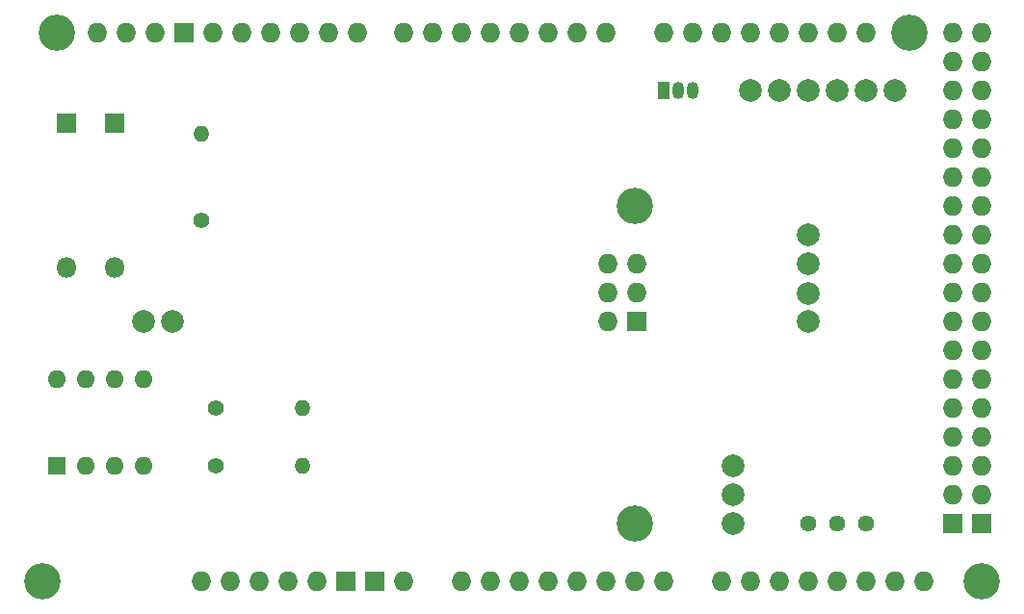
<source format=gbr>
%TF.GenerationSoftware,KiCad,Pcbnew,7.0.5*%
%TF.CreationDate,2023-10-27T17:22:17+01:00*%
%TF.ProjectId,OptiprodV2,4f707469-7072-46f6-9456-322e6b696361,rev?*%
%TF.SameCoordinates,Original*%
%TF.FileFunction,Soldermask,Bot*%
%TF.FilePolarity,Negative*%
%FSLAX46Y46*%
G04 Gerber Fmt 4.6, Leading zero omitted, Abs format (unit mm)*
G04 Created by KiCad (PCBNEW 7.0.5) date 2023-10-27 17:22:17*
%MOMM*%
%LPD*%
G01*
G04 APERTURE LIST*
%ADD10C,2.000000*%
%ADD11C,1.400000*%
%ADD12O,1.400000X1.400000*%
%ADD13R,1.050000X1.500000*%
%ADD14O,1.050000X1.500000*%
%ADD15R,1.800000X1.800000*%
%ADD16O,1.800000X1.800000*%
%ADD17R,1.600000X1.600000*%
%ADD18O,1.600000X1.600000*%
%ADD19C,3.200000*%
%ADD20O,1.727200X1.727200*%
%ADD21R,1.727200X1.727200*%
%ADD22C,1.440000*%
G04 APERTURE END LIST*
D10*
%TO.C,GNDIN1*%
X170180000Y-99060000D03*
X170180000Y-99060000D03*
%TD*%
%TO.C,IN1*%
X170180000Y-101600000D03*
%TD*%
D11*
%TO.C,1K2*%
X124714000Y-91440000D03*
D12*
X132334000Y-91440000D03*
%TD*%
D10*
%TO.C,SDO1*%
X174244000Y-63470000D03*
%TD*%
%TO.C,VCCS1*%
X176784000Y-81380000D03*
%TD*%
D11*
%TO.C,51K1*%
X124714000Y-96520000D03*
D12*
X132334000Y-96520000D03*
%TD*%
D10*
%TO.C,CS1*%
X171704000Y-63470000D03*
%TD*%
%TO.C,GND1*%
X181864000Y-63500000D03*
%TD*%
D13*
%TO.C,DS18B20*%
X164084000Y-63500000D03*
D14*
X165354000Y-63500000D03*
X166624000Y-63500000D03*
%TD*%
D10*
%TO.C,Gkvghgcfc*%
X170180000Y-96520000D03*
X170180000Y-96520000D03*
%TD*%
%TO.C,Follower1*%
X118364000Y-83820000D03*
%TD*%
D15*
%TO.C,DZ6*%
X111574000Y-66370000D03*
D16*
X111574000Y-79070000D03*
%TD*%
D10*
%TO.C,SDA2*%
X176784000Y-76200000D03*
%TD*%
D15*
%TO.C,DZ5*%
X115824000Y-66370000D03*
D16*
X115824000Y-79070000D03*
%TD*%
D10*
%TO.C,Follower2*%
X120904000Y-83820000D03*
%TD*%
D11*
%TO.C,4.7K1*%
X123444000Y-74930000D03*
D12*
X123444000Y-67310000D03*
%TD*%
D17*
%TO.C,MCP602*%
X110744000Y-96520000D03*
D18*
X113284000Y-96520000D03*
X115824000Y-96520000D03*
X118364000Y-96520000D03*
X118364000Y-88900000D03*
X115824000Y-88900000D03*
X113284000Y-88900000D03*
X110744000Y-88900000D03*
%TD*%
D10*
%TO.C,GNDS1*%
X176784000Y-83820000D03*
%TD*%
%TO.C,SCL2*%
X176784000Y-78740000D03*
%TD*%
D19*
%TO.C,A2*%
X109474000Y-106680000D03*
X110744000Y-58420000D03*
D20*
X123444000Y-106680000D03*
D19*
X161544000Y-73660000D03*
X161544000Y-101600000D03*
X185674000Y-58420000D03*
X192024000Y-106680000D03*
D20*
X131064000Y-106680000D03*
X133604000Y-106680000D03*
X161671000Y-78740000D03*
X189484000Y-58420000D03*
X192024000Y-58420000D03*
X146304000Y-106680000D03*
X148844000Y-106680000D03*
X151384000Y-106680000D03*
X153924000Y-106680000D03*
X156464000Y-106680000D03*
X159004000Y-106680000D03*
X161544000Y-106680000D03*
X164084000Y-106680000D03*
X169164000Y-106680000D03*
X171704000Y-106680000D03*
X174244000Y-106680000D03*
X176784000Y-106680000D03*
X179324000Y-106680000D03*
X181864000Y-106680000D03*
X184404000Y-106680000D03*
X186944000Y-106680000D03*
X119380000Y-58420000D03*
X159004000Y-58420000D03*
X156464000Y-58420000D03*
X153924000Y-58420000D03*
X151384000Y-58420000D03*
X148844000Y-58420000D03*
X146304000Y-58420000D03*
X143764000Y-58420000D03*
X141224000Y-58420000D03*
X137160000Y-58420000D03*
X134620000Y-58420000D03*
X132080000Y-58420000D03*
X129540000Y-58420000D03*
X127000000Y-58420000D03*
X124460000Y-58420000D03*
X164084000Y-58420000D03*
X166624000Y-58420000D03*
X169164000Y-58420000D03*
X171704000Y-58420000D03*
X174244000Y-58420000D03*
X176784000Y-58420000D03*
X179324000Y-58420000D03*
X181864000Y-58420000D03*
X189484000Y-60960000D03*
X192024000Y-60960000D03*
X189484000Y-63500000D03*
X192024000Y-63500000D03*
X189484000Y-66040000D03*
X192024000Y-66040000D03*
X189484000Y-68580000D03*
X192024000Y-68580000D03*
X189484000Y-71120000D03*
X192024000Y-71120000D03*
X189484000Y-73660000D03*
X192024000Y-73660000D03*
X189484000Y-76200000D03*
X192024000Y-76200000D03*
X189484000Y-78740000D03*
X192024000Y-78740000D03*
X189484000Y-81280000D03*
X192024000Y-81280000D03*
X189484000Y-83820000D03*
X192024000Y-83820000D03*
X189484000Y-86360000D03*
X192024000Y-86360000D03*
X189484000Y-88900000D03*
X192024000Y-88900000D03*
X189484000Y-91440000D03*
X192024000Y-91440000D03*
X189484000Y-93980000D03*
X192024000Y-93980000D03*
X189484000Y-96520000D03*
X192024000Y-96520000D03*
X189484000Y-99060000D03*
X192024000Y-99060000D03*
D21*
X121920000Y-58420000D03*
X136144000Y-106680000D03*
X138684000Y-106680000D03*
X161671000Y-83820000D03*
X189484000Y-101600000D03*
X192024000Y-101600000D03*
D20*
X125984000Y-106680000D03*
X159131000Y-78740000D03*
X161671000Y-81280000D03*
X128524000Y-106680000D03*
X159131000Y-83820000D03*
X159131000Y-81280000D03*
X114300000Y-58420000D03*
X116840000Y-58420000D03*
X141224000Y-106680000D03*
%TD*%
D10*
%TO.C,VCC1*%
X184404000Y-63470000D03*
%TD*%
%TO.C,SDA1*%
X176784000Y-63470000D03*
%TD*%
%TO.C,SCL1*%
X179324000Y-63500000D03*
%TD*%
D22*
%TO.C,1K1*%
X181864000Y-101600000D03*
X179324000Y-101600000D03*
X176784000Y-101600000D03*
%TD*%
M02*

</source>
